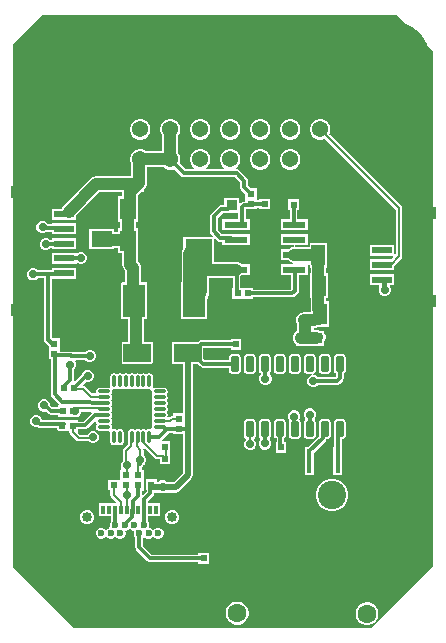
<source format=gtl>
G04*
G04 #@! TF.GenerationSoftware,Altium Limited,Altium Designer,21.6.1 (37)*
G04*
G04 Layer_Physical_Order=1*
G04 Layer_Color=255*
%FSLAX44Y44*%
%MOMM*%
G71*
G04*
G04 #@! TF.SameCoordinates,5872C4F4-FB42-489D-B6BF-DE351544A3BA*
G04*
G04*
G04 #@! TF.FilePolarity,Positive*
G04*
G01*
G75*
%ADD10C,0.2000*%
%ADD16R,0.9300X0.8900*%
%ADD17R,0.6000X0.5600*%
%ADD18R,0.5400X0.6000*%
%ADD19R,0.7000X0.9000*%
%ADD20R,1.1500X1.8200*%
%ADD21R,1.9700X0.6000*%
%ADD22R,2.1300X3.0000*%
%ADD23R,2.3000X2.2000*%
%ADD24R,1.3800X1.8200*%
%ADD25R,1.9050X2.7940*%
%ADD26R,1.8200X1.3800*%
%ADD27R,2.3300X1.5600*%
G04:AMPARAMS|DCode=28|XSize=1.01mm|YSize=0.27mm|CornerRadius=0.0675mm|HoleSize=0mm|Usage=FLASHONLY|Rotation=90.000|XOffset=0mm|YOffset=0mm|HoleType=Round|Shape=RoundedRectangle|*
%AMROUNDEDRECTD28*
21,1,1.0100,0.1350,0,0,90.0*
21,1,0.8750,0.2700,0,0,90.0*
1,1,0.1350,0.0675,0.4375*
1,1,0.1350,0.0675,-0.4375*
1,1,0.1350,-0.0675,-0.4375*
1,1,0.1350,-0.0675,0.4375*
%
%ADD28ROUNDEDRECTD28*%
G04:AMPARAMS|DCode=29|XSize=1.01mm|YSize=0.27mm|CornerRadius=0.0675mm|HoleSize=0mm|Usage=FLASHONLY|Rotation=180.000|XOffset=0mm|YOffset=0mm|HoleType=Round|Shape=RoundedRectangle|*
%AMROUNDEDRECTD29*
21,1,1.0100,0.1350,0,0,180.0*
21,1,0.8750,0.2700,0,0,180.0*
1,1,0.1350,-0.4375,0.0675*
1,1,0.1350,0.4375,0.0675*
1,1,0.1350,0.4375,-0.0675*
1,1,0.1350,-0.4375,-0.0675*
%
%ADD29ROUNDEDRECTD29*%
%ADD30R,0.5600X0.6000*%
%ADD31R,0.6000X0.5400*%
%ADD32R,0.4000X2.0000*%
%ADD33R,0.3200X0.7000*%
G04:AMPARAMS|DCode=34|XSize=1.31mm|YSize=0.62mm|CornerRadius=0.0775mm|HoleSize=0mm|Usage=FLASHONLY|Rotation=90.000|XOffset=0mm|YOffset=0mm|HoleType=Round|Shape=RoundedRectangle|*
%AMROUNDEDRECTD34*
21,1,1.3100,0.4650,0,0,90.0*
21,1,1.1550,0.6200,0,0,90.0*
1,1,0.1550,0.2325,0.5775*
1,1,0.1550,0.2325,-0.5775*
1,1,0.1550,-0.2325,-0.5775*
1,1,0.1550,-0.2325,0.5775*
%
%ADD34ROUNDEDRECTD34*%
%ADD35R,2.7000X1.0000*%
%ADD36R,1.7000X0.6000*%
%ADD37R,1.7000X0.6000*%
%ADD38R,2.7000X1.0000*%
%ADD64C,0.6000*%
%ADD74R,3.2500X3.2500*%
%ADD75C,0.3000*%
%ADD76C,0.6000*%
%ADD77C,1.0000*%
%ADD78C,0.5000*%
%ADD79C,0.4000*%
%ADD80C,2.0000*%
%ADD81C,7.0000*%
%ADD82C,0.4000*%
G04:AMPARAMS|DCode=83|XSize=2.4mm|YSize=2.4mm|CornerRadius=0.6mm|HoleSize=0mm|Usage=FLASHONLY|Rotation=90.000|XOffset=0mm|YOffset=0mm|HoleType=Round|Shape=RoundedRectangle|*
%AMROUNDEDRECTD83*
21,1,2.4000,1.2000,0,0,90.0*
21,1,1.2000,2.4000,0,0,90.0*
1,1,1.2000,0.6000,0.6000*
1,1,1.2000,0.6000,-0.6000*
1,1,1.2000,-0.6000,-0.6000*
1,1,1.2000,-0.6000,0.6000*
%
%ADD83ROUNDEDRECTD83*%
%ADD84C,2.4000*%
%ADD85C,1.6000*%
%ADD86O,0.9000X1.8000*%
%ADD87O,1.5000X0.9000*%
%ADD88C,0.8500*%
%ADD89C,1.3700*%
%ADD90R,1.3700X1.3700*%
%ADD91C,0.7000*%
G36*
X445194Y420451D02*
X475701Y389944D01*
X475701Y-45944D01*
X423694Y-97951D01*
X170805Y-97951D01*
X119798Y-46944D01*
X119799Y395944D01*
X144306Y420451D01*
X445194Y420451D01*
D02*
G37*
%LPC*%
G36*
X355926Y332450D02*
X353674D01*
X351500Y331867D01*
X349550Y330742D01*
X347958Y329150D01*
X346833Y327200D01*
X346250Y325026D01*
Y322774D01*
X346833Y320600D01*
X347958Y318650D01*
X349550Y317058D01*
X351500Y315933D01*
X353674Y315350D01*
X355926D01*
X358100Y315933D01*
X360050Y317058D01*
X361642Y318650D01*
X362767Y320600D01*
X363350Y322774D01*
Y325026D01*
X362767Y327200D01*
X361642Y329150D01*
X360050Y330742D01*
X358100Y331867D01*
X355926Y332450D01*
D02*
G37*
G36*
X330526D02*
X328274D01*
X326100Y331867D01*
X324150Y330742D01*
X322558Y329150D01*
X321433Y327200D01*
X320850Y325026D01*
Y322774D01*
X321433Y320600D01*
X322558Y318650D01*
X324150Y317058D01*
X326100Y315933D01*
X328274Y315350D01*
X330526D01*
X332700Y315933D01*
X334650Y317058D01*
X336242Y318650D01*
X337367Y320600D01*
X337950Y322774D01*
Y325026D01*
X337367Y327200D01*
X336242Y329150D01*
X334650Y330742D01*
X332700Y331867D01*
X330526Y332450D01*
D02*
G37*
G36*
X305126D02*
X302874D01*
X300700Y331867D01*
X298750Y330742D01*
X297158Y329150D01*
X296033Y327200D01*
X295450Y325026D01*
Y322774D01*
X296033Y320600D01*
X297158Y318650D01*
X298750Y317058D01*
X300700Y315933D01*
X302874Y315350D01*
X305126D01*
X307300Y315933D01*
X309250Y317058D01*
X310842Y318650D01*
X311967Y320600D01*
X312550Y322774D01*
Y325026D01*
X311967Y327200D01*
X310842Y329150D01*
X309250Y330742D01*
X307300Y331867D01*
X305126Y332450D01*
D02*
G37*
G36*
X279726D02*
X277474D01*
X275300Y331867D01*
X273350Y330742D01*
X271758Y329150D01*
X270633Y327200D01*
X270050Y325026D01*
Y322774D01*
X270633Y320600D01*
X271758Y318650D01*
X273350Y317058D01*
X275300Y315933D01*
X277474Y315350D01*
X279726D01*
X281900Y315933D01*
X283850Y317058D01*
X285442Y318650D01*
X286567Y320600D01*
X287150Y322774D01*
Y325026D01*
X286567Y327200D01*
X285442Y329150D01*
X283850Y330742D01*
X281900Y331867D01*
X279726Y332450D01*
D02*
G37*
G36*
X228926D02*
X226674D01*
X224500Y331867D01*
X222550Y330742D01*
X220958Y329150D01*
X219833Y327200D01*
X219250Y325026D01*
Y322774D01*
X219833Y320600D01*
X220958Y318650D01*
X222550Y317058D01*
X224500Y315933D01*
X226674Y315350D01*
X228926D01*
X231100Y315933D01*
X233050Y317058D01*
X234642Y318650D01*
X235767Y320600D01*
X236350Y322774D01*
Y325026D01*
X235767Y327200D01*
X234642Y329150D01*
X233050Y330742D01*
X231100Y331867D01*
X228926Y332450D01*
D02*
G37*
G36*
X254326D02*
X252074D01*
X249900Y331867D01*
X247950Y330742D01*
X246358Y329150D01*
X245233Y327200D01*
X244650Y325026D01*
Y322774D01*
X245233Y320600D01*
X246088Y319118D01*
X246398Y318371D01*
X246442Y318313D01*
Y305258D01*
X233134D01*
X233050Y305342D01*
X231100Y306467D01*
X228926Y307050D01*
X226674D01*
X224500Y306467D01*
X222550Y305342D01*
X220958Y303750D01*
X219833Y301800D01*
X219250Y299626D01*
Y297374D01*
X219833Y295200D01*
X220334Y294331D01*
Y284258D01*
X190250D01*
X188501Y284028D01*
X186871Y283352D01*
X185471Y282278D01*
X162221Y259028D01*
X161147Y257629D01*
X160866Y256950D01*
X153300D01*
Y247550D01*
X166561D01*
X167000Y247492D01*
X167439Y247550D01*
X173700D01*
Y251393D01*
X193049Y270742D01*
X212702D01*
Y267550D01*
X208960D01*
Y245950D01*
X210802D01*
Y240550D01*
X208960D01*
Y237103D01*
X205800D01*
Y239540D01*
X184200D01*
Y222340D01*
X205800D01*
Y223587D01*
X208960D01*
Y218950D01*
X212702D01*
Y209300D01*
X212932Y207551D01*
X213608Y205921D01*
X214681Y204522D01*
X215242Y203961D01*
Y194420D01*
X211375D01*
Y163080D01*
X217092D01*
Y144250D01*
X211750D01*
Y125250D01*
X238450D01*
Y144250D01*
X230608D01*
Y163080D01*
X233825D01*
Y194420D01*
X228758D01*
Y206760D01*
X228528Y208509D01*
X227852Y210139D01*
X226779Y211539D01*
X226218Y212099D01*
Y227850D01*
X226160Y228289D01*
Y240550D01*
X224318D01*
Y245950D01*
X226160D01*
Y256271D01*
X226218Y256710D01*
Y268161D01*
X229357Y271300D01*
X231200D01*
Y273143D01*
X231870Y273814D01*
X232945Y275213D01*
X233620Y276843D01*
X233850Y278592D01*
Y291742D01*
X247866D01*
X247950Y291658D01*
X249900Y290533D01*
X252074Y289950D01*
X254326D01*
X256500Y290533D01*
X256534Y290552D01*
X262393Y284693D01*
X263451Y283986D01*
X264700Y283737D01*
X307899D01*
X312362Y279274D01*
Y275275D01*
X312611Y274027D01*
X313318Y272968D01*
X316800Y269486D01*
Y262863D01*
X315507D01*
X314259Y262614D01*
X313200Y261907D01*
X312773Y261480D01*
X311600Y261966D01*
Y265700D01*
X298900D01*
Y259863D01*
X296350D01*
X295101Y259614D01*
X294043Y258907D01*
X287693Y252557D01*
X286986Y251499D01*
X286737Y250250D01*
Y237500D01*
X286986Y236251D01*
X287693Y235193D01*
X289013Y233873D01*
X288526Y232700D01*
X264050D01*
Y222595D01*
X263101Y220304D01*
X262699Y217250D01*
Y194420D01*
X262175D01*
Y163080D01*
X284625D01*
Y180726D01*
X284720Y180849D01*
X285899Y183696D01*
X286301Y186750D01*
Y198292D01*
X305987D01*
Y189700D01*
X305780D01*
Y180300D01*
X323220D01*
Y181737D01*
X356500D01*
X357749Y181986D01*
X358807Y182693D01*
X361307Y185193D01*
X362014Y186251D01*
X362263Y187500D01*
Y200350D01*
X369800D01*
Y208654D01*
X370979Y209585D01*
X371070Y209593D01*
X371200Y209553D01*
Y206450D01*
X371892D01*
Y202550D01*
X371600D01*
Y180950D01*
X371892D01*
Y172100D01*
X372122Y170351D01*
X372153Y170238D01*
X371343Y169008D01*
X366000D01*
X364251Y168778D01*
X362621Y168102D01*
X361222Y167029D01*
X360148Y165629D01*
X359473Y163999D01*
X359242Y162250D01*
X359473Y160501D01*
X360148Y158871D01*
X360242Y158748D01*
Y153253D01*
X360173Y153200D01*
X359300D01*
Y152531D01*
X358971Y152278D01*
X357898Y150879D01*
X357223Y149249D01*
X356992Y147500D01*
X357223Y145751D01*
X357898Y144121D01*
X358971Y142722D01*
X359300Y142393D01*
Y140800D01*
X361710D01*
X362501Y140472D01*
X364250Y140242D01*
X364500D01*
X366249Y140472D01*
X366900Y140742D01*
X373153D01*
X373201Y140723D01*
X374950Y140492D01*
X376750D01*
X378499Y140723D01*
X378686Y140800D01*
X383700D01*
Y144911D01*
X383852Y145064D01*
X384644Y146975D01*
Y149044D01*
X383852Y150955D01*
X383700Y151107D01*
Y153200D01*
X380501D01*
X380478Y153209D01*
X379871D01*
X378499Y153778D01*
X376750Y154008D01*
X376497D01*
X376449Y154028D01*
X374700Y154258D01*
X374650Y155492D01*
X376399Y155723D01*
X378029Y156398D01*
X378348Y156642D01*
X379150D01*
X379589Y156700D01*
X387350D01*
Y178300D01*
X385408D01*
Y180950D01*
X386500D01*
Y202550D01*
X385408D01*
Y206450D01*
X386100D01*
Y228050D01*
X371200D01*
Y224258D01*
X360047D01*
X359999Y224277D01*
X358461Y224480D01*
X358544Y225750D01*
X369800D01*
Y235150D01*
X346700D01*
Y225750D01*
X357956D01*
X358039Y224480D01*
X356501Y224277D01*
X354871Y223602D01*
X353471Y222528D01*
X353411Y222450D01*
X346700D01*
Y213050D01*
X353411D01*
X353471Y212971D01*
X353722Y212722D01*
X355121Y211648D01*
X356751Y210972D01*
X356522Y209750D01*
X346700D01*
Y200350D01*
X355737D01*
Y188851D01*
X355149Y188263D01*
X323220D01*
Y189700D01*
X312513D01*
Y199492D01*
X313528Y200271D01*
X313589Y200350D01*
X320300D01*
Y209750D01*
X313589D01*
X313528Y209828D01*
X312129Y210902D01*
X310499Y211577D01*
X308750Y211808D01*
X290450D01*
Y230777D01*
X291623Y231263D01*
X293243Y229643D01*
X294301Y228936D01*
X295550Y228687D01*
X297200D01*
Y225750D01*
X320300D01*
Y235150D01*
X304615D01*
X304300Y235213D01*
X296901D01*
X293263Y238851D01*
Y248899D01*
X297701Y253337D01*
X302300D01*
X302615Y253400D01*
X310487D01*
Y247850D01*
X297200D01*
Y238450D01*
X320300D01*
Y247850D01*
X317013D01*
Y256337D01*
X320200D01*
X320515Y256400D01*
X326200D01*
Y257637D01*
X328550D01*
Y256400D01*
X337950D01*
Y265400D01*
X328550D01*
Y264163D01*
X326200D01*
Y274100D01*
X321414D01*
X318888Y276626D01*
Y280625D01*
X318639Y281874D01*
X317932Y282932D01*
X311557Y289307D01*
X310499Y290014D01*
X309341Y290245D01*
X309214Y290473D01*
X309032Y291533D01*
X309250Y291658D01*
X310842Y293250D01*
X311967Y295200D01*
X312550Y297374D01*
Y299626D01*
X311967Y301800D01*
X310842Y303750D01*
X309250Y305342D01*
X307300Y306467D01*
X305126Y307050D01*
X302874D01*
X300700Y306467D01*
X298750Y305342D01*
X297158Y303750D01*
X296033Y301800D01*
X295450Y299626D01*
Y297374D01*
X296033Y295200D01*
X297158Y293250D01*
X298750Y291658D01*
X298968Y291533D01*
X298627Y290263D01*
X283973D01*
X283632Y291533D01*
X283850Y291658D01*
X285442Y293250D01*
X286567Y295200D01*
X287150Y297374D01*
Y299626D01*
X286567Y301800D01*
X285442Y303750D01*
X283850Y305342D01*
X281900Y306467D01*
X279726Y307050D01*
X277474D01*
X275300Y306467D01*
X273350Y305342D01*
X271758Y303750D01*
X270633Y301800D01*
X270050Y299626D01*
Y297374D01*
X270633Y295200D01*
X271758Y293250D01*
X273350Y291658D01*
X273568Y291533D01*
X273227Y290263D01*
X266052D01*
X261148Y295166D01*
X261167Y295200D01*
X261750Y297374D01*
Y299626D01*
X261167Y301800D01*
X260042Y303750D01*
X259958Y303834D01*
Y318566D01*
X260042Y318650D01*
X261167Y320600D01*
X261750Y322774D01*
Y325026D01*
X261167Y327200D01*
X260042Y329150D01*
X258450Y330742D01*
X256500Y331867D01*
X254326Y332450D01*
D02*
G37*
G36*
X355926Y307050D02*
X353674D01*
X351500Y306467D01*
X349550Y305342D01*
X347958Y303750D01*
X346833Y301800D01*
X346250Y299626D01*
Y297374D01*
X346833Y295200D01*
X347958Y293250D01*
X349550Y291658D01*
X351500Y290533D01*
X353674Y289950D01*
X355926D01*
X358100Y290533D01*
X360050Y291658D01*
X361642Y293250D01*
X362767Y295200D01*
X363350Y297374D01*
Y299626D01*
X362767Y301800D01*
X361642Y303750D01*
X360050Y305342D01*
X358100Y306467D01*
X355926Y307050D01*
D02*
G37*
G36*
X330526D02*
X328274D01*
X326100Y306467D01*
X324150Y305342D01*
X322558Y303750D01*
X321433Y301800D01*
X320850Y299626D01*
Y297374D01*
X321433Y295200D01*
X322558Y293250D01*
X324150Y291658D01*
X326100Y290533D01*
X328274Y289950D01*
X330526D01*
X332700Y290533D01*
X334650Y291658D01*
X336242Y293250D01*
X337367Y295200D01*
X337950Y297374D01*
Y299626D01*
X337367Y301800D01*
X336242Y303750D01*
X334650Y305342D01*
X332700Y306467D01*
X330526Y307050D01*
D02*
G37*
G36*
X362200Y264650D02*
X352800D01*
Y255650D01*
X354237D01*
Y247850D01*
X346700D01*
Y238450D01*
X369800D01*
Y247850D01*
X360763D01*
Y255650D01*
X362200D01*
Y264650D01*
D02*
G37*
G36*
X146034Y246450D02*
X143966D01*
X142054Y245658D01*
X140592Y244196D01*
X139800Y242284D01*
Y240216D01*
X140592Y238305D01*
X142054Y236842D01*
X143966Y236050D01*
X146034D01*
X147946Y236842D01*
X148341Y237237D01*
X153300D01*
Y235050D01*
X173700D01*
Y244450D01*
X153300D01*
Y243763D01*
X149588D01*
X149408Y244196D01*
X147946Y245658D01*
X146034Y246450D01*
D02*
G37*
G36*
X148784Y231950D02*
X146716D01*
X144804Y231158D01*
X143342Y229696D01*
X142550Y227784D01*
Y225716D01*
X143342Y223804D01*
X144804Y222342D01*
X146716Y221550D01*
X148784D01*
X150696Y222342D01*
X152030Y223676D01*
X153300Y223589D01*
Y222550D01*
X173700D01*
Y231950D01*
X153300D01*
Y230263D01*
X151591D01*
X150696Y231158D01*
X148784Y231950D01*
D02*
G37*
G36*
X178534Y220200D02*
X176466D01*
X174924Y219561D01*
X173700Y219450D01*
X173700Y219450D01*
X173700Y219450D01*
X153300D01*
Y210050D01*
X173700D01*
Y210050D01*
X174970Y210420D01*
X176466Y209800D01*
X178534D01*
X180446Y210592D01*
X181908Y212054D01*
X182700Y213966D01*
Y216034D01*
X181908Y217946D01*
X180446Y219408D01*
X178534Y220200D01*
D02*
G37*
G36*
X381326Y332450D02*
X379074D01*
X376900Y331867D01*
X374950Y330742D01*
X373358Y329150D01*
X372233Y327200D01*
X371650Y325026D01*
Y322774D01*
X372233Y320600D01*
X373358Y318650D01*
X374950Y317058D01*
X376900Y315933D01*
X379074Y315350D01*
X381326D01*
X383500Y315933D01*
X383991Y316216D01*
X444247Y255960D01*
Y218495D01*
X443720Y218100D01*
X442450Y218735D01*
Y226450D01*
X422050D01*
Y217050D01*
X441611D01*
X442137Y215780D01*
X440307Y213950D01*
X422050D01*
Y204550D01*
X442450D01*
Y208307D01*
X448947Y214803D01*
X449543Y215697D01*
X449753Y216750D01*
X449753Y216750D01*
Y257100D01*
X449753Y257100D01*
X449543Y258153D01*
X448947Y259047D01*
X387884Y320109D01*
X388167Y320600D01*
X388750Y322774D01*
Y325026D01*
X388167Y327200D01*
X387042Y329150D01*
X385450Y330742D01*
X383500Y331867D01*
X381326Y332450D01*
D02*
G37*
G36*
X173700Y206950D02*
X153300D01*
Y205013D01*
X140591D01*
X139946Y205658D01*
X138034Y206450D01*
X135966D01*
X134054Y205658D01*
X132592Y204196D01*
X131800Y202284D01*
Y200216D01*
X132592Y198304D01*
X134054Y196842D01*
X135966Y196050D01*
X138034D01*
X139946Y196842D01*
X141408Y198304D01*
X141484Y198487D01*
X146237D01*
Y146000D01*
X146486Y144751D01*
X147193Y143693D01*
X150300Y140586D01*
Y129400D01*
X151987D01*
Y99750D01*
X152236Y98501D01*
X152943Y97443D01*
X158916Y91470D01*
X158692Y90584D01*
X158429Y90200D01*
X157900D01*
Y89013D01*
X153184D01*
X151450Y90747D01*
Y91284D01*
X150658Y93196D01*
X149196Y94658D01*
X147284Y95450D01*
X145216D01*
X143304Y94658D01*
X141842Y93196D01*
X141050Y91284D01*
Y89216D01*
X141842Y87304D01*
X143304Y85842D01*
X145216Y85050D01*
X147284D01*
X147733Y85236D01*
X149525Y83443D01*
X150584Y82736D01*
X151832Y82487D01*
X157900D01*
Y80800D01*
X169655D01*
X171466Y80050D01*
X173534D01*
X175345Y80800D01*
X175600D01*
Y80996D01*
X176908Y82304D01*
X177700Y84216D01*
Y84997D01*
X186312D01*
X186838Y83727D01*
X179624Y76513D01*
X175100D01*
Y77700D01*
X157400D01*
Y77513D01*
X144700D01*
Y78034D01*
X143908Y79946D01*
X142446Y81408D01*
X140534Y82200D01*
X138466D01*
X136554Y81408D01*
X135092Y79946D01*
X134300Y78034D01*
Y75966D01*
X135092Y74054D01*
X136554Y72592D01*
X138466Y71800D01*
X140534D01*
X140930Y71964D01*
X140950Y71943D01*
X142009Y71236D01*
X143257Y70987D01*
X157400D01*
Y68300D01*
X167747D01*
Y67500D01*
X167957Y66446D01*
X168553Y65553D01*
X173553Y60553D01*
X173553Y60553D01*
X174447Y59957D01*
X175500Y59747D01*
X183899D01*
X184804Y58842D01*
X186716Y58050D01*
X188784D01*
X190696Y58842D01*
X192158Y60304D01*
X192950Y62216D01*
Y64284D01*
X192158Y66196D01*
X190696Y67658D01*
X188784Y68450D01*
X186716D01*
X184804Y67658D01*
X183342Y66196D01*
X182951Y65253D01*
X176640D01*
X174659Y67235D01*
X175100Y68300D01*
X175100D01*
Y69987D01*
X180975D01*
X182224Y70236D01*
X183282Y70943D01*
X188813Y76474D01*
X189297Y76425D01*
X190149Y76014D01*
X190268Y75418D01*
X190734Y74520D01*
X190268Y73622D01*
X190083Y72695D01*
Y71345D01*
X190268Y70418D01*
X190793Y69633D01*
X191578Y69108D01*
X192505Y68924D01*
X201255D01*
X201315Y68935D01*
X202395Y67855D01*
X202383Y67795D01*
Y59045D01*
X202568Y58118D01*
X203093Y57333D01*
X203878Y56808D01*
X204805Y56624D01*
X206155D01*
X207082Y56808D01*
X207980Y57274D01*
X208878Y56808D01*
X209805Y56624D01*
X211155D01*
X212082Y56808D01*
X212867Y57333D01*
X213392Y58118D01*
X213577Y59045D01*
Y67795D01*
X213392Y68722D01*
X212867Y69507D01*
X212082Y70032D01*
X211155Y70216D01*
X209805D01*
X208878Y70032D01*
X207980Y69566D01*
X207082Y70032D01*
X206155Y70216D01*
X204805D01*
X204744Y70205D01*
X203664Y71285D01*
X203676Y71345D01*
Y72695D01*
X203492Y73622D01*
X203026Y74520D01*
X203492Y75418D01*
X203676Y76345D01*
Y77695D01*
X203492Y78622D01*
X203026Y79520D01*
X203492Y80418D01*
X203676Y81345D01*
Y82695D01*
X203492Y83622D01*
X203026Y84520D01*
X203492Y85418D01*
X203676Y86345D01*
Y87695D01*
X203492Y88622D01*
X203026Y89520D01*
X203492Y90418D01*
X203676Y91345D01*
Y92695D01*
X203492Y93622D01*
X203026Y94520D01*
X203492Y95418D01*
X203676Y96345D01*
Y97695D01*
X203492Y98622D01*
X203026Y99520D01*
X203492Y100418D01*
X203676Y101345D01*
Y102695D01*
X203664Y102755D01*
X204744Y103835D01*
X204805Y103823D01*
X206155D01*
X207082Y104008D01*
X207980Y104474D01*
X208878Y104008D01*
X209805Y103823D01*
X211155D01*
X212082Y104008D01*
X212980Y104474D01*
X213878Y104008D01*
X214805Y103823D01*
X216155D01*
X217082Y104008D01*
X217980Y104474D01*
X218878Y104008D01*
X219805Y103823D01*
X221155D01*
X222082Y104008D01*
X222980Y104474D01*
X223878Y104008D01*
X224805Y103823D01*
X226155D01*
X227082Y104008D01*
X227980Y104474D01*
X228878Y104008D01*
X229805Y103823D01*
X231155D01*
X232082Y104008D01*
X232980Y104474D01*
X233878Y104008D01*
X234805Y103823D01*
X236155D01*
X236215Y103835D01*
X237295Y102755D01*
X237283Y102695D01*
Y101345D01*
X237468Y100418D01*
X237934Y99520D01*
X237468Y98622D01*
X237283Y97695D01*
Y96345D01*
X237468Y95418D01*
X237934Y94520D01*
X237468Y93622D01*
X237283Y92695D01*
Y91345D01*
X237468Y90418D01*
X237934Y89520D01*
X237468Y88622D01*
X237283Y87695D01*
Y86345D01*
X237468Y85418D01*
X237934Y84520D01*
X237468Y83622D01*
X237283Y82695D01*
Y81345D01*
X237468Y80418D01*
X237934Y79520D01*
X237468Y78622D01*
X237283Y77695D01*
Y76345D01*
X237468Y75418D01*
X237934Y74520D01*
X237468Y73622D01*
X237283Y72695D01*
Y71345D01*
X237295Y71285D01*
X236215Y70205D01*
X236155Y70216D01*
X234805D01*
X233878Y70032D01*
X232980Y69566D01*
X232082Y70032D01*
X231155Y70216D01*
X229805D01*
X228878Y70032D01*
X227980Y69566D01*
X227082Y70032D01*
X226155Y70216D01*
X224805D01*
X223878Y70032D01*
X222980Y69566D01*
X222082Y70032D01*
X221155Y70216D01*
X219805D01*
X218878Y70032D01*
X218093Y69507D01*
X217568Y68722D01*
X217383Y67795D01*
Y64162D01*
X217377Y64130D01*
Y57359D01*
X213553Y53535D01*
X212957Y52642D01*
X212747Y51588D01*
Y43351D01*
X211976Y42580D01*
X211184Y40668D01*
Y38600D01*
X211797Y37120D01*
X211155Y35850D01*
X210800D01*
Y28318D01*
X209950Y27400D01*
X200550D01*
Y18400D01*
X202497D01*
Y14600D01*
X202707Y13546D01*
X203303Y12653D01*
X207387Y8570D01*
X206861Y7300D01*
X192950D01*
Y-3100D01*
X202987D01*
Y-8116D01*
X202766Y-8338D01*
X202050Y-10065D01*
Y-11935D01*
X202129Y-12127D01*
X201514Y-13425D01*
X200088Y-14016D01*
X199580Y-14524D01*
X198750Y-15323D01*
X197920Y-14524D01*
X197412Y-14016D01*
X195685Y-13300D01*
X193815D01*
X192088Y-14016D01*
X190765Y-15338D01*
X190050Y-17065D01*
Y-18935D01*
X190765Y-20662D01*
X192088Y-21985D01*
X193815Y-22700D01*
X195685D01*
X197412Y-21985D01*
X197920Y-21477D01*
X198750Y-20677D01*
X199580Y-21477D01*
X200088Y-21985D01*
X201815Y-22700D01*
X203685D01*
X205412Y-21985D01*
X205920Y-21477D01*
X206750Y-20677D01*
X207580Y-21477D01*
X208088Y-21985D01*
X209815Y-22700D01*
X211685D01*
X213412Y-21985D01*
X214734Y-20662D01*
X215450Y-18935D01*
Y-17065D01*
X215191Y-16439D01*
X215685Y-15700D01*
X217412Y-14985D01*
X217920Y-14476D01*
X218750Y-13677D01*
X219580Y-14476D01*
X220088Y-14985D01*
X221815Y-15700D01*
X222309Y-16439D01*
X222050Y-17065D01*
Y-18935D01*
X222766Y-20662D01*
X223487Y-21384D01*
Y-30000D01*
X223736Y-31249D01*
X224443Y-32307D01*
X233793Y-41657D01*
X234851Y-42364D01*
X236100Y-42613D01*
X276800D01*
Y-43850D01*
X286200D01*
Y-34850D01*
X276800D01*
Y-36087D01*
X237451D01*
X230013Y-28649D01*
Y-21706D01*
X231128Y-21041D01*
X231580Y-21477D01*
X232088Y-21985D01*
X233815Y-22700D01*
X235685D01*
X237412Y-21985D01*
X237920Y-21477D01*
X238750Y-20677D01*
X239580Y-21477D01*
X240088Y-21985D01*
X241815Y-22700D01*
X243685D01*
X245412Y-21985D01*
X246734Y-20662D01*
X247450Y-18935D01*
Y-17065D01*
X246734Y-15338D01*
X245412Y-14016D01*
X243685Y-13300D01*
X241815D01*
X240088Y-14016D01*
X239580Y-14524D01*
X238750Y-15323D01*
X237920Y-14524D01*
X237412Y-14016D01*
X235685Y-13300D01*
X235191Y-12561D01*
X235450Y-11935D01*
Y-10065D01*
X234734Y-8338D01*
X234513Y-8116D01*
Y-3100D01*
X244550D01*
Y7300D01*
X234513D01*
Y9564D01*
X238622Y13673D01*
X239329Y14731D01*
X239578Y15980D01*
Y16468D01*
X245311D01*
X245716Y16300D01*
X247784D01*
X248189Y16468D01*
X257750D01*
X259389Y16794D01*
X260778Y17722D01*
X270928Y27872D01*
X271856Y29261D01*
X272182Y30900D01*
Y70400D01*
Y125250D01*
X276636D01*
X278693Y123193D01*
X279751Y122486D01*
X281000Y122237D01*
X302952D01*
Y119725D01*
X303144Y118759D01*
X303691Y117941D01*
X304509Y117394D01*
X305475Y117201D01*
X310125D01*
X311091Y117394D01*
X311909Y117941D01*
X312456Y118759D01*
X312649Y119725D01*
Y131275D01*
X312456Y132241D01*
X311909Y133059D01*
X311091Y133606D01*
X310125Y133799D01*
X305475D01*
X304509Y133606D01*
X303691Y133059D01*
X303144Y132241D01*
X302952Y131275D01*
Y128763D01*
X282351D01*
X281250Y129864D01*
Y138737D01*
X304280D01*
Y137300D01*
X313080D01*
Y146700D01*
X304280D01*
Y145263D01*
X279000D01*
X277751Y145014D01*
X276693Y144307D01*
X276636Y144250D01*
X254550D01*
Y125250D01*
X263618D01*
Y83600D01*
X255800D01*
Y81088D01*
X254500D01*
X253447Y80878D01*
X252727Y80398D01*
X252323Y80330D01*
X251101Y80590D01*
X250812Y81023D01*
X250877Y81345D01*
Y82695D01*
X250692Y83622D01*
X250226Y84520D01*
X250692Y85418D01*
X250877Y86345D01*
Y87695D01*
X250692Y88622D01*
X250226Y89520D01*
X250692Y90418D01*
X250877Y91345D01*
Y92695D01*
X250692Y93622D01*
X250226Y94520D01*
X250692Y95418D01*
X250877Y96345D01*
Y97695D01*
X250692Y98622D01*
X250226Y99520D01*
X250692Y100418D01*
X250877Y101345D01*
Y102695D01*
X250692Y103622D01*
X250167Y104407D01*
X249382Y104932D01*
X248455Y105117D01*
X239705D01*
X239645Y105105D01*
X238564Y106185D01*
X238577Y106245D01*
Y114995D01*
X238392Y115922D01*
X237867Y116707D01*
X237082Y117232D01*
X236155Y117416D01*
X234805D01*
X233878Y117232D01*
X232980Y116766D01*
X232082Y117232D01*
X231155Y117416D01*
X229805D01*
X228878Y117232D01*
X227980Y116766D01*
X227082Y117232D01*
X226155Y117416D01*
X224805D01*
X223878Y117232D01*
X222980Y116766D01*
X222082Y117232D01*
X221155Y117416D01*
X219805D01*
X218878Y117232D01*
X217980Y116766D01*
X217082Y117232D01*
X216155Y117416D01*
X214805D01*
X213878Y117232D01*
X212980Y116766D01*
X212082Y117232D01*
X211155Y117416D01*
X209805D01*
X208878Y117232D01*
X207980Y116766D01*
X207082Y117232D01*
X206155Y117416D01*
X204805D01*
X203878Y117232D01*
X203093Y116707D01*
X202568Y115922D01*
X202383Y114995D01*
Y106245D01*
X202395Y106185D01*
X201315Y105105D01*
X201255Y105117D01*
X192505D01*
X191578Y104932D01*
X190793Y104407D01*
X190268Y103622D01*
X190083Y102695D01*
Y101345D01*
X190117Y101177D01*
X189605Y100708D01*
X188991Y100326D01*
X188100Y100503D01*
X186890D01*
X181447Y105947D01*
X180553Y106543D01*
X179761Y106701D01*
X179142Y107878D01*
X181401Y110137D01*
X182216Y109800D01*
X184284D01*
X186196Y110592D01*
X187658Y112054D01*
X188450Y113966D01*
Y116034D01*
X187658Y117946D01*
X186196Y119408D01*
X184284Y120200D01*
X182216D01*
X180304Y119408D01*
X178842Y117946D01*
X178050Y116034D01*
Y116014D01*
X172571Y110535D01*
X171400Y111160D01*
X171513Y111726D01*
Y120659D01*
X172658Y121804D01*
X173450Y123716D01*
Y125784D01*
X172658Y127696D01*
X172540Y127814D01*
X173026Y128987D01*
X180909D01*
X182054Y127842D01*
X183966Y127050D01*
X186034D01*
X187946Y127842D01*
X189408Y129304D01*
X190200Y131216D01*
Y133284D01*
X189408Y135196D01*
X187946Y136658D01*
X186034Y137450D01*
X183966D01*
X182054Y136658D01*
X180909Y135513D01*
X170327D01*
X170325Y135514D01*
X169076Y135763D01*
X159700D01*
Y147100D01*
X153014D01*
X152763Y147351D01*
Y196502D01*
X153300Y197550D01*
X173700D01*
Y206950D01*
D02*
G37*
G36*
X442450Y201450D02*
X422050D01*
Y192050D01*
X429977D01*
Y189816D01*
X429550Y188784D01*
Y186716D01*
X430342Y184804D01*
X431804Y183342D01*
X433716Y182550D01*
X435784D01*
X437696Y183342D01*
X439158Y184804D01*
X439950Y186716D01*
Y188784D01*
X439158Y190696D01*
X438977Y190877D01*
X439463Y192050D01*
X442450D01*
Y201450D01*
D02*
G37*
G36*
X386325Y133799D02*
X381675D01*
X380709Y133606D01*
X379891Y133059D01*
X379344Y132241D01*
X379151Y131275D01*
Y119725D01*
X379344Y118759D01*
X379891Y117941D01*
X380709Y117394D01*
X381675Y117201D01*
X386325D01*
X387291Y117394D01*
X388109Y117941D01*
X388656Y118759D01*
X388848Y119725D01*
Y131275D01*
X388656Y132241D01*
X388109Y133059D01*
X387291Y133606D01*
X386325Y133799D01*
D02*
G37*
G36*
X360925D02*
X356275D01*
X355309Y133606D01*
X354491Y133059D01*
X353944Y132241D01*
X353751Y131275D01*
Y119725D01*
X353944Y118759D01*
X354491Y117941D01*
X355309Y117394D01*
X356275Y117201D01*
X360925D01*
X361891Y117394D01*
X362709Y117941D01*
X363256Y118759D01*
X363448Y119725D01*
Y131275D01*
X363256Y132241D01*
X362709Y133059D01*
X361891Y133606D01*
X360925Y133799D01*
D02*
G37*
G36*
X348225D02*
X343575D01*
X342609Y133606D01*
X341791Y133059D01*
X341244Y132241D01*
X341051Y131275D01*
Y119725D01*
X341244Y118759D01*
X341791Y117941D01*
X342609Y117394D01*
X343575Y117201D01*
X348225D01*
X349191Y117394D01*
X350009Y117941D01*
X350556Y118759D01*
X350748Y119725D01*
Y131275D01*
X350556Y132241D01*
X350009Y133059D01*
X349191Y133606D01*
X348225Y133799D01*
D02*
G37*
G36*
X322825D02*
X318175D01*
X317209Y133606D01*
X316391Y133059D01*
X315844Y132241D01*
X315651Y131275D01*
Y119725D01*
X315844Y118759D01*
X316391Y117941D01*
X317209Y117394D01*
X318175Y117201D01*
X322825D01*
X323791Y117394D01*
X324609Y117941D01*
X325156Y118759D01*
X325349Y119725D01*
Y131275D01*
X325156Y132241D01*
X324609Y133059D01*
X323791Y133606D01*
X322825Y133799D01*
D02*
G37*
G36*
X399025D02*
X394375D01*
X393409Y133606D01*
X392591Y133059D01*
X392044Y132241D01*
X391852Y131275D01*
Y119725D01*
X392044Y118759D01*
X392591Y117941D01*
X393409Y117394D01*
X393437Y117388D01*
Y114551D01*
X392899Y114013D01*
X378341D01*
X377196Y115158D01*
X375284Y115950D01*
X373670Y115950D01*
X373625Y117201D01*
X374591Y117394D01*
X375409Y117941D01*
X375956Y118759D01*
X376148Y119725D01*
Y131275D01*
X375956Y132241D01*
X375409Y133059D01*
X374591Y133606D01*
X373625Y133799D01*
X368975D01*
X368009Y133606D01*
X367191Y133059D01*
X366644Y132241D01*
X366451Y131275D01*
Y119725D01*
X366644Y118759D01*
X367191Y117941D01*
X368009Y117394D01*
X368975Y117201D01*
X372373D01*
X373171Y117201D01*
X373216Y115950D01*
X372513Y115659D01*
X371304Y115158D01*
X369842Y113696D01*
X369050Y111784D01*
Y109716D01*
X369842Y107804D01*
X371304Y106342D01*
X373216Y105550D01*
X375284D01*
X377196Y106342D01*
X378341Y107487D01*
X394250D01*
X395499Y107736D01*
X396557Y108443D01*
X399007Y110893D01*
X399714Y111951D01*
X399963Y113200D01*
Y117388D01*
X399991Y117394D01*
X400809Y117941D01*
X401356Y118759D01*
X401549Y119725D01*
Y131275D01*
X401356Y132241D01*
X400809Y133059D01*
X399991Y133606D01*
X399025Y133799D01*
D02*
G37*
G36*
X335525D02*
X330875D01*
X329909Y133606D01*
X329091Y133059D01*
X328544Y132241D01*
X328352Y131275D01*
Y119725D01*
X328544Y118759D01*
X329091Y117941D01*
X329616Y117589D01*
X329809Y116469D01*
X329772Y116126D01*
X329342Y115696D01*
X328550Y113784D01*
Y111716D01*
X329342Y109804D01*
X330804Y108342D01*
X332716Y107550D01*
X334784D01*
X336696Y108342D01*
X338158Y109804D01*
X338950Y111716D01*
Y113784D01*
X338158Y115696D01*
X337366Y116487D01*
X337309Y117941D01*
X337856Y118759D01*
X338049Y119725D01*
Y131275D01*
X337856Y132241D01*
X337309Y133059D01*
X336491Y133606D01*
X335525Y133799D01*
D02*
G37*
G36*
X372334Y87650D02*
X370266D01*
X368354Y86858D01*
X366892Y85396D01*
X366100Y83484D01*
Y81416D01*
X366892Y79504D01*
X367293Y79103D01*
X367191Y78059D01*
X366644Y77241D01*
X366451Y76275D01*
Y64725D01*
X366644Y63759D01*
X367191Y62941D01*
X368009Y62394D01*
X368975Y62201D01*
X373625D01*
X374591Y62394D01*
X375409Y62941D01*
X375956Y63759D01*
X376148Y64725D01*
Y76275D01*
X375956Y77241D01*
X375409Y78059D01*
X375307Y79103D01*
X375708Y79504D01*
X376500Y81416D01*
Y83484D01*
X375708Y85396D01*
X374246Y86858D01*
X372334Y87650D01*
D02*
G37*
G36*
X359034Y85950D02*
X356966D01*
X355054Y85158D01*
X353592Y83696D01*
X352800Y81784D01*
Y79716D01*
X353592Y77804D01*
X354029Y77368D01*
X353944Y77241D01*
X353751Y76275D01*
Y64725D01*
X353944Y63759D01*
X354491Y62941D01*
X355309Y62394D01*
X356275Y62201D01*
X360925D01*
X361891Y62394D01*
X362709Y62941D01*
X363256Y63759D01*
X363448Y64725D01*
Y76275D01*
X363256Y77241D01*
X362709Y78059D01*
X362556Y78162D01*
X363200Y79716D01*
Y81784D01*
X362408Y83696D01*
X360946Y85158D01*
X359034Y85950D01*
D02*
G37*
G36*
X335525Y78798D02*
X330875D01*
X329909Y78606D01*
X329091Y78059D01*
X328544Y77241D01*
X328352Y76275D01*
Y64725D01*
X328544Y63759D01*
X329091Y62941D01*
X329229Y61333D01*
X328842Y60946D01*
X328050Y59034D01*
Y56966D01*
X328842Y55054D01*
X330304Y53592D01*
X332216Y52800D01*
X334284D01*
X336196Y53592D01*
X337658Y55054D01*
X338450Y56966D01*
Y59034D01*
X337658Y60946D01*
X337238Y61366D01*
X337309Y62941D01*
X337856Y63759D01*
X338049Y64725D01*
Y76275D01*
X337856Y77241D01*
X337309Y78059D01*
X336491Y78606D01*
X335525Y78798D01*
D02*
G37*
G36*
X322825D02*
X318175D01*
X317209Y78606D01*
X316391Y78059D01*
X315844Y77241D01*
X315651Y76275D01*
Y64725D01*
X315844Y63759D01*
X316391Y62941D01*
X316780Y62680D01*
X317069Y61408D01*
X317030Y61134D01*
X316342Y60446D01*
X315550Y58534D01*
Y56466D01*
X316342Y54555D01*
X317804Y53092D01*
X319716Y52300D01*
X321784D01*
X323696Y53092D01*
X325158Y54555D01*
X325950Y56466D01*
Y58534D01*
X325158Y60446D01*
X324305Y61300D01*
X324479Y62854D01*
X324609Y62941D01*
X325156Y63759D01*
X325349Y64725D01*
Y76275D01*
X325156Y77241D01*
X324609Y78059D01*
X323791Y78606D01*
X322825Y78798D01*
D02*
G37*
G36*
X348225D02*
X343575D01*
X342609Y78606D01*
X341791Y78059D01*
X341244Y77241D01*
X341051Y76275D01*
Y64725D01*
X341244Y63759D01*
X341791Y62941D01*
X342609Y62394D01*
X343152Y62286D01*
Y59450D01*
X342530D01*
Y50050D01*
X351330D01*
Y59450D01*
X349678D01*
Y62719D01*
X350009Y62941D01*
X350556Y63759D01*
X350748Y64725D01*
Y76275D01*
X350556Y77241D01*
X350009Y78059D01*
X349191Y78606D01*
X348225Y78798D01*
D02*
G37*
G36*
X399025D02*
X394375D01*
X393409Y78606D01*
X392591Y78059D01*
X392044Y77241D01*
X391852Y76275D01*
Y65924D01*
X391737Y65350D01*
Y54950D01*
X391300D01*
Y31550D01*
X398700D01*
Y54950D01*
X398263D01*
Y62201D01*
X399025D01*
X399991Y62394D01*
X400809Y62941D01*
X401356Y63759D01*
X401549Y64725D01*
Y76275D01*
X401356Y77241D01*
X400809Y78059D01*
X399991Y78606D01*
X399025Y78798D01*
D02*
G37*
G36*
X386325D02*
X381675D01*
X380709Y78606D01*
X379891Y78059D01*
X379344Y77241D01*
X379151Y76275D01*
Y66471D01*
X379137Y66400D01*
Y64001D01*
X370086Y54950D01*
X367300D01*
Y31550D01*
X374700D01*
Y50336D01*
X384707Y60343D01*
X385414Y61401D01*
X385574Y62201D01*
X386325D01*
X387291Y62394D01*
X388109Y62941D01*
X388656Y63759D01*
X388848Y64725D01*
Y76275D01*
X388656Y77241D01*
X388109Y78059D01*
X387291Y78606D01*
X386325Y78798D01*
D02*
G37*
G36*
X391804Y27950D02*
X388196D01*
X384712Y27016D01*
X381588Y25213D01*
X379037Y22662D01*
X377234Y19538D01*
X376300Y16054D01*
Y12446D01*
X377234Y8962D01*
X379037Y5838D01*
X381588Y3287D01*
X384712Y1484D01*
X388196Y550D01*
X391804D01*
X395288Y1484D01*
X398412Y3287D01*
X400963Y5838D01*
X402766Y8962D01*
X403700Y12446D01*
Y16054D01*
X402766Y19538D01*
X400963Y22662D01*
X398412Y25213D01*
X395288Y27016D01*
X391804Y27950D01*
D02*
G37*
G36*
X255933Y1450D02*
X253566D01*
X251380Y544D01*
X249706Y-1130D01*
X248800Y-3316D01*
Y-5684D01*
X249706Y-7870D01*
X251380Y-9544D01*
X253566Y-10450D01*
X255933D01*
X258120Y-9544D01*
X259794Y-7870D01*
X260700Y-5684D01*
Y-3316D01*
X259794Y-1130D01*
X258120Y544D01*
X255933Y1450D01*
D02*
G37*
G36*
X183934D02*
X181566D01*
X179380Y544D01*
X177706Y-1130D01*
X176800Y-3316D01*
Y-5684D01*
X177706Y-7870D01*
X179380Y-9544D01*
X181566Y-10450D01*
X183934D01*
X186120Y-9544D01*
X187794Y-7870D01*
X188700Y-5684D01*
Y-3316D01*
X187794Y-1130D01*
X186120Y544D01*
X183934Y1450D01*
D02*
G37*
G36*
X311035Y-75872D02*
X308481D01*
X306014Y-76533D01*
X303802Y-77810D01*
X301996Y-79616D01*
X300719Y-81828D01*
X300058Y-84295D01*
Y-86849D01*
X300719Y-89316D01*
X301996Y-91528D01*
X303802Y-93334D01*
X306014Y-94611D01*
X308481Y-95272D01*
X311035D01*
X313502Y-94611D01*
X315714Y-93334D01*
X317520Y-91528D01*
X318797Y-89316D01*
X319458Y-86849D01*
Y-84295D01*
X318797Y-81828D01*
X317520Y-79616D01*
X315714Y-77810D01*
X313502Y-76533D01*
X311035Y-75872D01*
D02*
G37*
G36*
X421017Y-76380D02*
X418463D01*
X415996Y-77041D01*
X413784Y-78318D01*
X411978Y-80124D01*
X410701Y-82336D01*
X410040Y-84803D01*
Y-87357D01*
X410701Y-89824D01*
X411978Y-92036D01*
X413784Y-93842D01*
X415996Y-95119D01*
X418463Y-95780D01*
X421017D01*
X423484Y-95119D01*
X425696Y-93842D01*
X427502Y-92036D01*
X428779Y-89824D01*
X429440Y-87357D01*
Y-84803D01*
X428779Y-82336D01*
X427502Y-80124D01*
X425696Y-78318D01*
X423484Y-77041D01*
X421017Y-76380D01*
D02*
G37*
%LPD*%
G36*
X255800Y65900D02*
X263618D01*
Y32674D01*
X255976Y25032D01*
X250572D01*
X249696Y25908D01*
X247784Y26700D01*
X245716D01*
X243804Y25908D01*
X242970Y25074D01*
X241700Y25133D01*
Y27580D01*
X232300D01*
Y18780D01*
X233052D01*
Y17331D01*
X230158Y14437D01*
X228888Y14963D01*
Y18150D01*
X230950D01*
Y26850D01*
Y35850D01*
X229003D01*
Y37573D01*
X229557Y37943D01*
X230264Y39001D01*
X230343Y39395D01*
X230696Y39542D01*
X232158Y41004D01*
X232950Y42916D01*
Y44984D01*
X232158Y46896D01*
X230696Y48358D01*
X230503Y48438D01*
Y52651D01*
X230503Y52652D01*
X230445Y52943D01*
X231615Y53568D01*
X239880Y45303D01*
X240774Y44707D01*
X241827Y44497D01*
X244530D01*
Y40550D01*
X253330D01*
Y49950D01*
X253330D01*
Y50300D01*
X253330D01*
Y59700D01*
X246398D01*
X246013Y60970D01*
X246227Y61113D01*
X252251Y67137D01*
X255800D01*
Y65900D01*
D02*
G37*
D10*
X187000Y62500D02*
X187750Y63250D01*
X175500Y62500D02*
X187000D01*
X171250Y104000D02*
X179500D01*
X171250Y87750D02*
X192450D01*
X170500Y67500D02*
X175500Y62500D01*
X179500Y104000D02*
X185750Y97750D01*
X168250Y32500D02*
X169500D01*
X186321Y49321D01*
X208000D01*
X215130Y56451D01*
Y63070D02*
X215480Y63420D01*
X215130Y56451D02*
Y63070D01*
X170500Y67500D02*
Y73500D01*
X224750Y55651D02*
Y63000D01*
X216384Y32234D02*
Y39634D01*
X227750Y43950D02*
Y52652D01*
X224750Y55651D02*
X227750Y52652D01*
X226250Y31350D02*
Y40250D01*
X215500Y40518D02*
Y51588D01*
X226250Y40250D02*
Y43950D01*
X215500Y40518D02*
X216384Y39634D01*
X215500Y31350D02*
X216384Y32234D01*
X320500Y57750D02*
X320750Y57500D01*
X320500Y57750D02*
Y70500D01*
X185750Y97750D02*
X188100D01*
X188830Y97020D01*
X194020D01*
X192450Y87750D02*
X193450Y86750D01*
X195250D01*
X439750Y209500D02*
X447000Y216750D01*
Y257100D01*
X436750Y209500D02*
X439750D01*
X380200Y323900D02*
X447000Y257100D01*
X254500Y78335D02*
X259735D01*
X245750Y77000D02*
X253165D01*
X259735Y78335D02*
X260500Y79100D01*
X253165Y77000D02*
X254500Y78335D01*
X249680Y47250D02*
Y55000D01*
X248680Y46250D02*
X249680Y47250D01*
X248250Y46250D02*
X248680D01*
X230830Y58247D02*
X241827Y47250D01*
X247500D02*
X248250Y46500D01*
X230480Y63420D02*
X230830Y63070D01*
Y58247D02*
Y63070D01*
X241827Y47250D02*
X247500D01*
X215500Y51588D02*
X220130Y56218D01*
Y64130D01*
X216250Y14000D02*
Y22250D01*
Y2100D02*
Y14000D01*
X205250Y14600D02*
Y22900D01*
Y14600D02*
X211250Y8600D01*
Y1750D02*
Y8600D01*
X215750Y22750D02*
X216250Y22250D01*
D16*
X305250Y274950D02*
D03*
Y259550D02*
D03*
D17*
X321500Y269600D02*
D03*
Y260900D02*
D03*
X333250D02*
D03*
Y269600D02*
D03*
X357500Y260150D02*
D03*
Y268850D02*
D03*
X155000Y142600D02*
D03*
Y133900D02*
D03*
X215500Y31350D02*
D03*
Y22650D02*
D03*
X205250Y31600D02*
D03*
Y22900D02*
D03*
X226250Y31350D02*
D03*
Y22650D02*
D03*
X260500Y70400D02*
D03*
Y79100D02*
D03*
X281500Y-30650D02*
D03*
Y-39350D02*
D03*
D18*
X310180Y185000D02*
D03*
X318820D02*
D03*
X364820Y161250D02*
D03*
X356180D02*
D03*
X257570Y55000D02*
D03*
X248930D02*
D03*
Y45250D02*
D03*
X257570D02*
D03*
X355570Y54750D02*
D03*
X346930D02*
D03*
X308680Y142000D02*
D03*
X317320D02*
D03*
D19*
X364500Y147000D02*
D03*
X349500D02*
D03*
X378500Y147000D02*
D03*
X393500D02*
D03*
X226000Y277500D02*
D03*
X241000D02*
D03*
D20*
X379900Y167500D02*
D03*
X409600D02*
D03*
X379050Y191750D02*
D03*
X408750D02*
D03*
X378650Y217250D02*
D03*
X408350D02*
D03*
D21*
X358250Y205050D02*
D03*
Y217750D02*
D03*
Y230450D02*
D03*
Y243150D02*
D03*
X308750D02*
D03*
Y230450D02*
D03*
Y217750D02*
D03*
Y205050D02*
D03*
D22*
X333500Y224100D02*
D03*
D23*
X277250Y220000D02*
D03*
Y269000D02*
D03*
D24*
X244940Y256750D02*
D03*
X217560D02*
D03*
X244940Y229750D02*
D03*
X217560D02*
D03*
D25*
X222600Y178750D02*
D03*
X273400D02*
D03*
D26*
X195000Y203560D02*
D03*
Y230940D02*
D03*
D27*
X267900Y134750D02*
D03*
X225100D02*
D03*
D28*
X205480Y63420D02*
D03*
X210480D02*
D03*
X215480D02*
D03*
X220480D02*
D03*
X225480D02*
D03*
X230480D02*
D03*
X235480D02*
D03*
Y110620D02*
D03*
X230480D02*
D03*
X225480D02*
D03*
X220480D02*
D03*
X215480D02*
D03*
X210480D02*
D03*
X205480D02*
D03*
D29*
X244080Y72020D02*
D03*
Y77020D02*
D03*
Y82020D02*
D03*
Y87020D02*
D03*
Y92020D02*
D03*
Y97020D02*
D03*
Y102020D02*
D03*
X196880D02*
D03*
Y97020D02*
D03*
Y92020D02*
D03*
Y87020D02*
D03*
Y82020D02*
D03*
Y77020D02*
D03*
Y72020D02*
D03*
D30*
X163150Y105000D02*
D03*
X171850D02*
D03*
X162400Y85500D02*
D03*
X171100D02*
D03*
X161900Y73000D02*
D03*
X170600D02*
D03*
D31*
X237000Y31820D02*
D03*
Y23180D02*
D03*
D32*
X395000Y43250D02*
D03*
X383000D02*
D03*
X371000D02*
D03*
D33*
X246250Y2100D02*
D03*
X241250D02*
D03*
X236250D02*
D03*
X231250D02*
D03*
X226250D02*
D03*
X221250D02*
D03*
X216250D02*
D03*
X211250D02*
D03*
X206250D02*
D03*
X201250D02*
D03*
X196250D02*
D03*
X191250D02*
D03*
D34*
X320500Y70500D02*
D03*
X345900Y125500D02*
D03*
X307800Y70500D02*
D03*
X333200D02*
D03*
X345900D02*
D03*
X333200Y125500D02*
D03*
X358600D02*
D03*
X371300D02*
D03*
Y70500D02*
D03*
X396700Y125500D02*
D03*
X358600Y70500D02*
D03*
X384000D02*
D03*
Y125500D02*
D03*
X396700Y70500D02*
D03*
X320500Y125500D02*
D03*
X307800D02*
D03*
D35*
X464250Y178250D02*
D03*
Y252750D02*
D03*
D36*
X432250Y209250D02*
D03*
Y196750D02*
D03*
Y221750D02*
D03*
Y234250D02*
D03*
D37*
X163500Y252250D02*
D03*
Y239750D02*
D03*
Y227250D02*
D03*
Y214750D02*
D03*
Y202250D02*
D03*
Y189750D02*
D03*
D38*
X131500Y171250D02*
D03*
Y270750D02*
D03*
D64*
X242750Y-18000D02*
D03*
X234750D02*
D03*
X226750D02*
D03*
X194750D02*
D03*
X202750D02*
D03*
X210750D02*
D03*
X246750Y-11000D02*
D03*
X230750D02*
D03*
X222750D02*
D03*
X190750D02*
D03*
X206750D02*
D03*
X214750D02*
D03*
D74*
X220480Y87020D02*
D03*
D75*
X140507Y77000D02*
X143257Y74250D01*
X139500Y77000D02*
X140507D01*
X143257Y74250D02*
X163082D01*
X149500Y146000D02*
Y201750D01*
Y146000D02*
X154500Y141000D01*
X333475Y113025D02*
X333750Y112750D01*
X333475Y124675D02*
X333750Y124950D01*
X333200Y125500D02*
X333750Y124950D01*
X333475Y113025D02*
Y124675D01*
X180975Y73250D02*
X189595Y81870D01*
X169562Y73250D02*
X180975D01*
X172500Y105850D02*
X180885Y114235D01*
X182485D02*
X183250Y115000D01*
X180885Y114235D02*
X182485D01*
X162575Y104626D02*
X164450Y106500D01*
Y107925D01*
X168250Y111726D01*
X162500Y104626D02*
X162575D01*
X168250Y111726D02*
Y124750D01*
X333225Y70425D02*
X333250Y70450D01*
X151832Y85750D02*
X162750D01*
X161450Y93550D02*
X185375D01*
X155250Y99750D02*
Y132500D01*
Y99750D02*
X161450Y93550D01*
X146250Y90250D02*
X147332D01*
X151832Y85750D01*
X137500Y201750D02*
X149500D01*
X137000Y201250D02*
X137500Y201750D01*
X169076Y132500D02*
X169326Y132250D01*
X185000D01*
X155250Y132500D02*
X169076D01*
X206250Y-10500D02*
X206750Y-11000D01*
X206250Y-10500D02*
Y2100D01*
X246250Y-8250D02*
X248250Y-10250D01*
X189688Y-11250D02*
X190750D01*
X220480Y87020D02*
X220960Y87500D01*
X341000Y14250D02*
Y32144D01*
X307800Y47450D02*
Y70500D01*
Y47450D02*
X337000Y18250D01*
X338000D01*
X227250Y40250D02*
Y43450D01*
X227750Y43950D01*
X189595Y81870D02*
X193330D01*
X333225Y58025D02*
Y70425D01*
Y58025D02*
X333250Y58000D01*
X333200Y70500D02*
X333250Y70450D01*
X149500Y201750D02*
X161000D01*
X210250Y143876D02*
X211749Y145375D01*
X239950Y125625D02*
Y143876D01*
X233451Y150375D02*
Y161580D01*
X211749Y145375D02*
Y161580D01*
X210250Y125625D02*
Y143876D01*
X212125Y123750D02*
X238076D01*
X239950Y125625D01*
X210250D02*
X212125Y123750D01*
X233451Y150375D02*
X239950Y143876D01*
X209875Y163454D02*
X211749Y161580D01*
X233451D02*
X235325Y163454D01*
X235250Y194121D02*
X235325Y194046D01*
X210357Y194528D02*
Y201243D01*
X209875Y194046D02*
X210357Y194528D01*
X235325Y163454D02*
Y194046D01*
X195000Y203000D02*
X208600D01*
X210357Y201243D01*
X209875Y163454D02*
Y194046D01*
X235250Y194121D02*
Y203000D01*
X244940Y212690D01*
X346415Y55265D02*
Y67085D01*
X345500Y68000D02*
X346415Y67085D01*
Y55265D02*
X346930Y54750D01*
X358000Y71100D02*
X358300Y71400D01*
X358000Y80750D02*
X358300Y80450D01*
Y71400D02*
Y80450D01*
X358000Y71100D02*
X358600Y70500D01*
X371300D02*
Y82450D01*
X343000Y18750D02*
X366500D01*
X342250Y19500D02*
X343000Y18750D01*
X383000Y35250D02*
Y43250D01*
X366500Y18750D02*
X383000Y35250D01*
X355570Y54750D02*
Y55680D01*
Y46714D02*
Y54750D01*
X341000Y32144D02*
X355570Y46714D01*
X355500Y55750D02*
X355570Y55680D01*
X396000Y66350D02*
Y68250D01*
X395000Y43250D02*
Y65350D01*
X396000Y66350D01*
X371000Y43250D02*
Y51250D01*
X382400Y62650D01*
Y66400D01*
X384750Y68750D01*
X374250Y110750D02*
X394250D01*
X396700Y113200D01*
Y125500D01*
X185375Y93550D02*
X186905Y92020D01*
X196880D01*
X267900Y70400D02*
X268100D01*
X260500D02*
X267900D01*
X268100D02*
X268250Y70250D01*
X236315Y15980D02*
Y22065D01*
X270750Y133750D02*
X279000Y142000D01*
X308680D01*
X268500Y133750D02*
X270750D01*
X273250Y133250D02*
X281000Y125500D01*
X270000Y133250D02*
X273250D01*
X281000Y125500D02*
X307800D01*
X352171Y156941D02*
X356180Y160950D01*
X349750Y148250D02*
Y154820D01*
X356180Y160950D02*
Y161250D01*
X351871Y156941D02*
X352171D01*
X349750Y154820D02*
X351871Y156941D01*
X408350Y165150D02*
Y217250D01*
X405350Y159850D02*
Y164100D01*
X406250Y165000D01*
X393500Y147000D02*
Y148000D01*
X405350Y159850D01*
X464250Y178250D02*
Y252750D01*
Y168000D02*
Y178250D01*
X409750Y166000D02*
X462250D01*
X464250Y168000D01*
X295550Y231950D02*
X304300D01*
X290000Y237500D02*
X295550Y231950D01*
X304300D02*
X306500Y229750D01*
X290000Y237500D02*
Y250250D01*
X296350Y256600D01*
X302300D01*
X305250Y259550D01*
X357500Y244000D02*
X357750Y243750D01*
X357500Y244000D02*
Y260150D01*
X313750Y245000D02*
Y257843D01*
X315507Y259600D01*
X320200D01*
X321500Y260900D01*
X333250D02*
X333600D01*
X321500D02*
X333250D01*
X333600D02*
X334000Y260500D01*
X333625Y269225D02*
X357475D01*
X333250Y269600D02*
X333625Y269225D01*
X357475D02*
X357750Y269500D01*
X254250Y297450D02*
X264700Y287000D01*
X309250D01*
X254250Y297450D02*
Y297500D01*
X309250Y287000D02*
X315625Y280625D01*
Y275275D02*
X321300Y269600D01*
X321500D01*
X315625Y275275D02*
Y280625D01*
X167375Y214875D02*
X177375D01*
X177500Y215000D01*
X167250D02*
X167375Y214875D01*
X148000Y227000D02*
X160750D01*
X147750Y226750D02*
X148000Y227000D01*
X160750D02*
X161500Y226250D01*
X160000Y240500D02*
X161250Y239250D01*
X145750Y240500D02*
X160000D01*
X145000Y241250D02*
X145750Y240500D01*
X359000Y187500D02*
Y204250D01*
X356500Y185000D02*
X359000Y187500D01*
X318820Y185000D02*
X356500D01*
X309250Y185930D02*
Y203250D01*
Y185930D02*
X310180Y185000D01*
X275750Y268000D02*
X276500D01*
X244940Y256750D02*
X264500D01*
X275750Y268000D01*
X189990Y200750D02*
X194000D01*
X163500Y189750D02*
X178990D01*
X189990Y200750D01*
X244940Y229750D02*
Y256750D01*
Y212690D02*
Y229750D01*
X249100Y70400D02*
X260500D01*
X235480Y63420D02*
X243920D01*
X250500Y70000D01*
X247630Y71870D02*
X249100Y70400D01*
X225625Y13900D02*
Y22125D01*
X221250Y2100D02*
Y9525D01*
X225625Y13900D01*
X221150Y-3832D02*
Y2000D01*
X221250Y2100D01*
X215000Y-9982D02*
X221150Y-3832D01*
X215000Y-10250D02*
Y-9982D01*
X190750Y-11000D02*
Y-1700D01*
X191450Y-1000D01*
X187586Y-13352D02*
X189688Y-11250D01*
X178700Y-14500D02*
X179848Y-13352D01*
X187586D01*
X225625Y22125D02*
X226500Y23000D01*
X231000Y-11250D02*
X231250Y-11000D01*
Y2100D01*
X230750Y-11000D02*
Y-4157D01*
X231250Y2100D02*
Y10915D01*
X236315Y15980D01*
X246750Y-11000D02*
X247562D01*
X249914Y-13352D01*
X255852D01*
X257250Y-14750D01*
X246250Y-8250D02*
Y2100D01*
X226750Y-18000D02*
Y-17500D01*
Y-30000D02*
Y-18000D01*
Y-30000D02*
X236100Y-39350D01*
X226750Y-17500D02*
X227000Y-17250D01*
X236100Y-39350D02*
X281500D01*
D76*
X260750Y-21888D02*
Y-19500D01*
X250250Y31750D02*
X257570Y39070D01*
X253550Y28450D02*
X254561D01*
X250250Y31750D02*
X253550Y28450D01*
X168750Y31750D02*
X168900Y31600D01*
X205250D01*
X238250Y31750D02*
X250250D01*
X257570Y39070D02*
Y45250D01*
Y45930D02*
Y55000D01*
Y45930D02*
X257750Y45750D01*
X263436Y-24574D02*
X275424D01*
X281500Y-30650D01*
X260750Y-21888D02*
X263436Y-24574D01*
D77*
X222000Y177250D02*
Y206760D01*
X223850Y135650D02*
X225000Y134500D01*
X222600Y178750D02*
X223850Y177500D01*
Y135650D02*
Y177500D01*
X195595Y230345D02*
X217845D01*
X219460Y209300D02*
Y227850D01*
X217560Y229750D02*
X219460Y227850D01*
Y209300D02*
X222000Y206760D01*
X374950Y147250D02*
X376750D01*
X365000Y147500D02*
X374700D01*
X363750D02*
X364250Y147000D01*
X374700Y147500D02*
X374950Y147250D01*
X364250Y147000D02*
X364500D01*
X365000Y147500D01*
X367000Y149500D02*
Y159070D01*
X364500Y147000D02*
X367000Y149500D01*
X252500Y298500D02*
X253000Y299000D01*
X379750Y165250D02*
Y171000D01*
X378650Y172100D02*
Y217250D01*
X379150Y163400D02*
X379900Y164150D01*
X375800Y163400D02*
X379150D01*
X374650Y162250D02*
X375800Y163400D01*
X379900Y164150D02*
Y167500D01*
X366000Y162250D02*
X374650D01*
X377900Y217500D02*
X378250Y217850D01*
X378650Y172100D02*
X379750Y171000D01*
X358250Y217750D02*
X358500Y217500D01*
X377900D01*
X378250Y217850D02*
Y218000D01*
X280300Y205050D02*
X308750D01*
X279000Y203750D02*
X280300Y205050D01*
X252250Y321750D02*
X253200Y320800D01*
Y298500D02*
Y320800D01*
X227092Y278592D02*
Y298592D01*
X227750Y299250D01*
X227800Y298500D02*
X252500D01*
X219460Y256710D02*
Y270960D01*
X226000Y277500D02*
X227092Y278592D01*
X167000Y254250D02*
X190250Y277500D01*
X226000D01*
X218000Y255250D02*
X219460Y256710D01*
X217500Y230500D02*
X217560Y230560D01*
Y256750D01*
X217845Y230345D02*
X218000Y230500D01*
X195000Y230940D02*
X195595Y230345D01*
X219460Y270960D02*
X226000Y277500D01*
D78*
X267900Y70400D02*
Y134750D01*
Y30900D02*
Y70400D01*
X247000Y20750D02*
X257750D01*
X237000D02*
X246750D01*
Y21500D02*
X247000D01*
X257750Y20750D02*
X267900Y30900D01*
D79*
X433750Y188750D02*
X434750Y187750D01*
X433750Y188750D02*
Y196500D01*
D80*
X274500Y186750D02*
Y217250D01*
X275750Y218500D02*
Y219000D01*
X274500Y217250D02*
X275750Y218500D01*
X276750Y220000D02*
X277250D01*
X275750Y219000D02*
X276750Y220000D01*
D81*
X438000Y381250D02*
D03*
X158000Y380750D02*
D03*
D82*
X326000Y224100D02*
D03*
X341000D02*
D03*
Y209100D02*
D03*
X326000D02*
D03*
Y239100D02*
D03*
X341000D02*
D03*
D83*
Y14250D02*
D03*
D84*
X390000D02*
D03*
D85*
X309758Y-85572D02*
D03*
X419740Y-86080D02*
D03*
D86*
X262050Y-76500D02*
D03*
X175450D02*
D03*
X262050Y-19500D02*
D03*
X175450D02*
D03*
D87*
X178700Y-14500D02*
D03*
X258800D02*
D03*
D88*
X254750Y-4500D02*
D03*
X182750D02*
D03*
D89*
X202400Y298500D02*
D03*
X227800D02*
D03*
Y323900D02*
D03*
X253200Y298500D02*
D03*
Y323900D02*
D03*
X278600Y298500D02*
D03*
Y323900D02*
D03*
X304000Y298500D02*
D03*
Y323900D02*
D03*
X329400Y298500D02*
D03*
Y323900D02*
D03*
X354800Y298500D02*
D03*
Y323900D02*
D03*
X380200Y298500D02*
D03*
Y323900D02*
D03*
D90*
X202400D02*
D03*
D91*
X333750Y112750D02*
D03*
X187750Y63250D02*
D03*
X183250Y115000D02*
D03*
X168250Y124750D02*
D03*
X161550Y166000D02*
D03*
X139500Y77000D02*
D03*
X146250Y90250D02*
D03*
X137000Y201250D02*
D03*
X185000Y132250D02*
D03*
X466000Y366000D02*
D03*
X456000Y346000D02*
D03*
X466000Y326000D02*
D03*
X456000Y306000D02*
D03*
X466000Y286000D02*
D03*
X456000Y266000D02*
D03*
X466000Y246000D02*
D03*
X456000Y226000D02*
D03*
X466000Y206000D02*
D03*
X456000Y186000D02*
D03*
X466000Y166000D02*
D03*
X456000Y146000D02*
D03*
X466000Y126000D02*
D03*
X456000Y106000D02*
D03*
X466000Y86000D02*
D03*
X456000Y66000D02*
D03*
X466000Y46000D02*
D03*
X456000Y26000D02*
D03*
X466000Y6000D02*
D03*
X456000Y-14000D02*
D03*
X466000Y-34000D02*
D03*
X456000Y-54000D02*
D03*
X446000Y406000D02*
D03*
X436000Y346000D02*
D03*
X446000Y326000D02*
D03*
Y286000D02*
D03*
Y166000D02*
D03*
X436000Y146000D02*
D03*
X446000Y126000D02*
D03*
X436000Y106000D02*
D03*
X446000Y86000D02*
D03*
X436000Y66000D02*
D03*
X446000Y46000D02*
D03*
X436000Y26000D02*
D03*
X446000Y6000D02*
D03*
X436000Y-14000D02*
D03*
X446000Y-34000D02*
D03*
X436000Y-54000D02*
D03*
X426000Y406000D02*
D03*
X416000Y386000D02*
D03*
Y306000D02*
D03*
Y266000D02*
D03*
X426000Y246000D02*
D03*
X416000Y226000D02*
D03*
Y186000D02*
D03*
X426000Y166000D02*
D03*
X416000Y146000D02*
D03*
X426000Y126000D02*
D03*
X416000Y106000D02*
D03*
X426000Y86000D02*
D03*
X416000Y66000D02*
D03*
X426000Y46000D02*
D03*
X416000Y26000D02*
D03*
X426000Y6000D02*
D03*
X416000Y-14000D02*
D03*
X426000Y-34000D02*
D03*
X416000Y-54000D02*
D03*
X426000Y-74000D02*
D03*
X406000Y406000D02*
D03*
X396000Y386000D02*
D03*
X406000Y366000D02*
D03*
Y326000D02*
D03*
Y286000D02*
D03*
X396000Y266000D02*
D03*
X406000Y246000D02*
D03*
X396000Y226000D02*
D03*
X406000Y206000D02*
D03*
X396000Y186000D02*
D03*
X406000Y166000D02*
D03*
X396000Y146000D02*
D03*
X406000Y126000D02*
D03*
Y86000D02*
D03*
Y46000D02*
D03*
Y6000D02*
D03*
X396000Y-14000D02*
D03*
X406000Y-34000D02*
D03*
X396000Y-54000D02*
D03*
X406000Y-74000D02*
D03*
X396000Y-94000D02*
D03*
X386000Y406000D02*
D03*
X376000Y386000D02*
D03*
X386000Y366000D02*
D03*
Y286000D02*
D03*
X376000Y266000D02*
D03*
X386000Y246000D02*
D03*
X376000Y26000D02*
D03*
Y-14000D02*
D03*
X386000Y-34000D02*
D03*
X376000Y-54000D02*
D03*
X386000Y-74000D02*
D03*
X376000Y-94000D02*
D03*
X366000Y406000D02*
D03*
X356000Y386000D02*
D03*
X366000Y366000D02*
D03*
Y286000D02*
D03*
X356000Y26000D02*
D03*
X366000Y6000D02*
D03*
X356000Y-14000D02*
D03*
X366000Y-34000D02*
D03*
X356000Y-54000D02*
D03*
X366000Y-74000D02*
D03*
X356000Y-94000D02*
D03*
X346000Y406000D02*
D03*
X336000Y386000D02*
D03*
X346000Y366000D02*
D03*
Y286000D02*
D03*
Y166000D02*
D03*
X336000Y146000D02*
D03*
X346000Y46000D02*
D03*
X336000Y-14000D02*
D03*
X346000Y-34000D02*
D03*
X336000Y-54000D02*
D03*
X346000Y-74000D02*
D03*
X336000Y-94000D02*
D03*
X326000Y406000D02*
D03*
X316000Y386000D02*
D03*
X326000Y366000D02*
D03*
X316000Y306000D02*
D03*
X326000Y286000D02*
D03*
Y166000D02*
D03*
X316000Y26000D02*
D03*
X326000Y6000D02*
D03*
X316000Y-14000D02*
D03*
X326000Y-34000D02*
D03*
X316000Y-54000D02*
D03*
X326000Y-74000D02*
D03*
X306000Y406000D02*
D03*
X296000Y386000D02*
D03*
X306000Y366000D02*
D03*
X296000Y186000D02*
D03*
X306000Y166000D02*
D03*
X296000Y66000D02*
D03*
Y26000D02*
D03*
X306000Y6000D02*
D03*
X296000Y-14000D02*
D03*
X306000Y-34000D02*
D03*
X296000Y-54000D02*
D03*
Y-94000D02*
D03*
X286000Y406000D02*
D03*
X276000Y386000D02*
D03*
X286000Y366000D02*
D03*
X276000Y266000D02*
D03*
X286000Y46000D02*
D03*
X276000Y26000D02*
D03*
X286000Y6000D02*
D03*
X276000Y-14000D02*
D03*
Y-54000D02*
D03*
X286000Y-74000D02*
D03*
X276000Y-94000D02*
D03*
X266000Y406000D02*
D03*
X256000Y386000D02*
D03*
X266000Y366000D02*
D03*
X256000Y346000D02*
D03*
Y266000D02*
D03*
X266000Y246000D02*
D03*
X256000Y226000D02*
D03*
Y186000D02*
D03*
X266000Y6000D02*
D03*
X256000Y-54000D02*
D03*
Y-94000D02*
D03*
X246000Y406000D02*
D03*
X236000Y386000D02*
D03*
X246000Y366000D02*
D03*
X236000Y346000D02*
D03*
X246000Y246000D02*
D03*
X236000Y226000D02*
D03*
X246000Y206000D02*
D03*
Y166000D02*
D03*
X236000Y-54000D02*
D03*
X246000Y-74000D02*
D03*
X236000Y-94000D02*
D03*
X226000Y406000D02*
D03*
X216000Y386000D02*
D03*
X226000Y366000D02*
D03*
X216000Y346000D02*
D03*
Y-54000D02*
D03*
X226000Y-74000D02*
D03*
X216000Y-94000D02*
D03*
X206000Y406000D02*
D03*
X196000Y386000D02*
D03*
X206000Y366000D02*
D03*
X196000Y346000D02*
D03*
Y266000D02*
D03*
X206000Y206000D02*
D03*
X196000Y186000D02*
D03*
X206000Y166000D02*
D03*
X196000Y146000D02*
D03*
Y26000D02*
D03*
X206000Y-34000D02*
D03*
X196000Y-54000D02*
D03*
X206000Y-74000D02*
D03*
X196000Y-94000D02*
D03*
X186000Y406000D02*
D03*
Y366000D02*
D03*
X176000Y346000D02*
D03*
X186000Y246000D02*
D03*
Y206000D02*
D03*
Y166000D02*
D03*
X176000Y26000D02*
D03*
X186000Y6000D02*
D03*
Y-34000D02*
D03*
X176000Y-54000D02*
D03*
X186000Y-74000D02*
D03*
X176000Y-94000D02*
D03*
X166000Y406000D02*
D03*
X156000Y346000D02*
D03*
X166000Y326000D02*
D03*
X156000Y306000D02*
D03*
Y66000D02*
D03*
X166000Y46000D02*
D03*
X156000Y26000D02*
D03*
X166000Y6000D02*
D03*
X156000Y-14000D02*
D03*
X166000Y-34000D02*
D03*
X156000Y-54000D02*
D03*
X166000Y-74000D02*
D03*
X146000Y406000D02*
D03*
X136000Y386000D02*
D03*
Y346000D02*
D03*
X146000Y326000D02*
D03*
X136000Y306000D02*
D03*
Y186000D02*
D03*
Y146000D02*
D03*
Y106000D02*
D03*
Y66000D02*
D03*
X146000Y46000D02*
D03*
X136000Y26000D02*
D03*
X146000Y6000D02*
D03*
X136000Y-14000D02*
D03*
X146000Y-34000D02*
D03*
X136000Y-54000D02*
D03*
X254561Y28450D02*
D03*
X168750Y31750D02*
D03*
X220960Y87500D02*
D03*
X216384Y39634D02*
D03*
X227750Y43950D02*
D03*
X320750Y57500D02*
D03*
X172500Y85250D02*
D03*
X333250Y58000D02*
D03*
X358000Y80750D02*
D03*
X371300Y82450D02*
D03*
X374250Y110750D02*
D03*
X246750Y21500D02*
D03*
X363750Y147500D02*
D03*
X379444Y148009D02*
D03*
X371944Y147509D02*
D03*
X177500Y215000D02*
D03*
X147750Y226750D02*
D03*
X145000Y241250D02*
D03*
X434750Y187750D02*
D03*
X216250Y14000D02*
D03*
M02*

</source>
